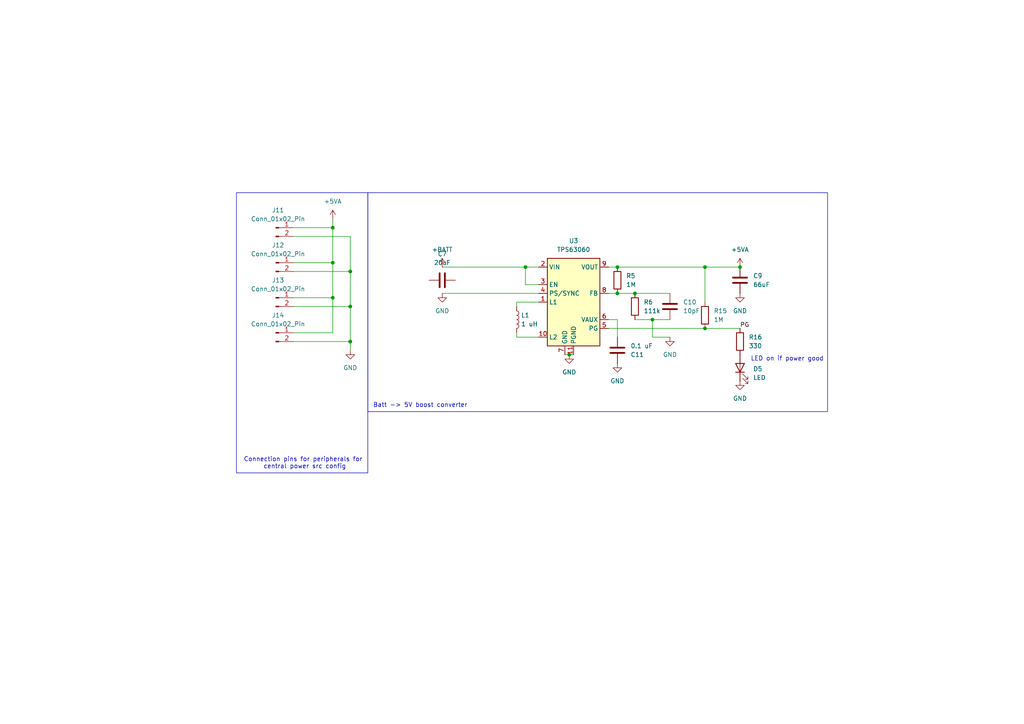
<source format=kicad_sch>
(kicad_sch (version 20231120) (generator "eeschema") (generator_version "8.0")
  (paper "A4")
  (lib_symbols
    (symbol "Connector:Conn_01x02_Pin" (pin_names (offset 1.016) hide)
      (property "Reference" "J" (at 0 2.54 0))
      (property "Value" "Conn_01x02_Pin" (at 0 -5.08 0))
      (symbol "Conn_01x02_Pin_1_1"
        (polyline (pts (xy 1.27 -2.54) (xy 0.8636 -2.54)) (stroke (width 0.1524)))
        (polyline (pts (xy 1.27 0) (xy 0.8636 0)) (stroke (width 0.1524)))
        (rectangle (start 0.8636 -2.413) (end 0 -2.667) (stroke (width 0.1524)) (fill (type outline)))
        (rectangle (start 0.8636 0.127) (end 0 -0.127) (stroke (width 0.1524)) (fill (type outline)))
        (pin passive line (at 5.08 0 180) (length 3.81) (name "Pin_1") (number "1"))
        (pin passive line (at 5.08 -2.54 180) (length 3.81) (name "Pin_2") (number "2"))
      )
    )
    (symbol "Device:C" (pin_numbers hide) (pin_names (offset 0.254))
      (property "Reference" "C" (at 0.635 2.54 0))
      (property "Value" "C" (at 0.635 -2.54 0))
      (symbol "C_0_1"
        (polyline (pts (xy -2.032 -0.762) (xy 2.032 -0.762)) (stroke (width 0.508)))
        (polyline (pts (xy -2.032 0.762) (xy 2.032 0.762)) (stroke (width 0.508)))
      )
      (symbol "C_1_1"
        (pin passive line (at 0 3.81 270) (length 2.794) (name "~") (number "1"))
        (pin passive line (at 0 -3.81 90) (length 2.794) (name "~") (number "2"))
      )
    )
    (symbol "Device:L" (pin_numbers hide) (pin_names (offset 1.016) hide)
      (property "Reference" "L" (at -1.27 0 90))
      (property "Value" "L" (at 1.905 0 90))
      (symbol "L_0_1"
        (arc (start 0 -2.54) (mid 0.6323 -1.905) (end 0 -1.27))
        (arc (start 0 -1.27) (mid 0.6323 -0.635) (end 0 0))
        (arc (start 0 0) (mid 0.6323 0.635) (end 0 1.27))
        (arc (start 0 1.27) (mid 0.6323 1.905) (end 0 2.54))
      )
      (symbol "L_1_1"
        (pin passive line (at 0 3.81 270) (length 1.27) (name "1") (number "1"))
        (pin passive line (at 0 -3.81 90) (length 1.27) (name "2") (number "2"))
      )
    )
    (symbol "Device:LED" (pin_numbers hide) (pin_names (offset 1.016) hide)
      (property "Reference" "D" (at 0 2.54 0))
      (property "Value" "LED" (at 0 -2.54 0))
      (symbol "LED_0_1"
        (polyline (pts (xy -1.27 -1.27) (xy -1.27 1.27)) (stroke (width 0.254)))
        (polyline (pts (xy -1.27 0) (xy 1.27 0)))
        (polyline (pts (xy 1.27 -1.27) (xy 1.27 1.27) (xy -1.27 0) (xy 1.27 -1.27)) (stroke (width 0.254)))
        (polyline (pts (xy -3.048 -0.762) (xy -4.572 -2.286) (xy -3.81 -2.286) (xy -4.572 -2.286) (xy -4.572 -1.524)))
        (polyline (pts (xy -1.778 -0.762) (xy -3.302 -2.286) (xy -2.54 -2.286) (xy -3.302 -2.286) (xy -3.302 -1.524)))
      )
      (symbol "LED_1_1"
        (pin passive line (at -3.81 0 0) (length 2.54) (name "K") (number "1"))
        (pin passive line (at 3.81 0 180) (length 2.54) (name "A") (number "2"))
      )
    )
    (symbol "Device:R" (pin_numbers hide) (pin_names (offset 0))
      (property "Reference" "R" (at 2.032 0 90))
      (property "Value" "R" (at 0 0 90))
      (symbol "R_0_1"
        (rectangle (start -1.016 -2.54) (end 1.016 2.54) (stroke (width 0.254)))
      )
      (symbol "R_1_1"
        (pin passive line (at 0 3.81 270) (length 1.27) (name "~") (number "1"))
        (pin passive line (at 0 -3.81 90) (length 1.27) (name "~") (number "2"))
      )
    )
    (symbol "Regulator_Switching:TPS63060"
      (property "Reference" "U" (at -7.62 13.97 0))
      (property "Value" "TPS63060" (at 2.54 13.97 0))
      (symbol "TPS63060_0_1"
        (rectangle (start -7.62 12.7) (end 7.62 -12.7) (stroke (width 0.254)) (fill (type background)))
      )
      (symbol "TPS63060_1_1"
        (pin input line (at -10.16 0 0) (length 2.54) (name "L1") (number "1"))
        (pin input line (at -10.16 -10.16 0) (length 2.54) (name "L2") (number "10"))
        (pin power_in line (at 0 -15.24 90) (length 2.54) (name "PGND") (number "11"))
        (pin power_in line (at -10.16 10.16 0) (length 2.54) (name "VIN") (number "2"))
        (pin input line (at -10.16 5.08 0) (length 2.54) (name "EN") (number "3"))
        (pin input line (at -10.16 2.54 0) (length 2.54) (name "PS/SYNC") (number "4"))
        (pin output line (at 10.16 -7.62 180) (length 2.54) (name "PG") (number "5"))
        (pin passive line (at 10.16 -5.08 180) (length 2.54) (name "VAUX") (number "6"))
        (pin power_in line (at -2.54 -15.24 90) (length 2.54) (name "GND") (number "7"))
        (pin input line (at 10.16 2.54 180) (length 2.54) (name "FB") (number "8"))
        (pin power_out line (at 10.16 10.16 180) (length 2.54) (name "VOUT") (number "9"))
      )
    )
    (symbol "power:+5VA" (power) (pin_numbers hide) (pin_names (offset 0) hide)
      (property "Value" "+5VA" (at 0 3.556 0))
      (symbol "+5VA_0_1"
        (polyline (pts (xy -0.762 1.27) (xy 0 2.54)))
        (polyline (pts (xy 0 0) (xy 0 2.54)))
        (polyline (pts (xy 0 2.54) (xy 0.762 1.27)))
      )
      (symbol "+5VA_1_1"
        (pin power_in line (at 0 0 90) (length 0) (name "~") (number "1"))
      )
    )
    (symbol "power:+BATT" (power) (pin_numbers hide) (pin_names (offset 0) hide)
      (property "Value" "+BATT" (at 0 3.556 0))
      (symbol "+BATT_0_1"
        (polyline (pts (xy -0.762 1.27) (xy 0 2.54)))
        (polyline (pts (xy 0 0) (xy 0 2.54)))
        (polyline (pts (xy 0 2.54) (xy 0.762 1.27)))
      )
      (symbol "+BATT_1_1"
        (pin power_in line (at 0 0 90) (length 0) (name "~") (number "1"))
      )
    )
    (symbol "power:GND" (power) (pin_numbers hide) (pin_names (offset 0) hide)
      (property "Value" "GND" (at 0 -3.81 0))
      (symbol "GND_0_1"
        (polyline (pts (xy 0 0) (xy 0 -1.27) (xy 1.27 -1.27) (xy 0 -2.54) (xy -1.27 -1.27) (xy 0 -1.27)))
      )
      (symbol "GND_1_1"
        (pin power_in line (at 0 0 270) (length 0) (name "~") (number "1"))
      )
    )
  )
  (junction (at 101.6 88.9))
  (junction (at 204.47 77.47))
  (junction (at 184.15 85.09))
  (junction (at 214.63 77.47))
  (junction (at 179.07 85.09))
  (junction (at 101.6 99.06))
  (junction (at 165.1 102.87))
  (junction (at 152.4 77.47))
  (junction (at 204.47 95.25))
  (junction (at 96.52 86.36))
  (junction (at 96.52 76.2))
  (junction (at 179.07 77.47))
  (junction (at 96.52 66.04))
  (junction (at 101.6 78.74))
  (junction (at 189.23 92.71))
  (wire (pts (xy 85.09 86.36) (xy 96.52 86.36)))
  (wire (pts (xy 149.86 96.52) (xy 149.86 97.79)))
  (wire (pts (xy 85.09 76.2) (xy 96.52 76.2)))
  (wire (pts (xy 184.15 92.71) (xy 189.23 92.71)))
  (wire (pts (xy 85.09 96.52) (xy 96.52 96.52)))
  (wire (pts (xy 85.09 66.04) (xy 96.52 66.04)))
  (wire (pts (xy 128.27 77.47) (xy 152.4 77.47)))
  (wire (pts (xy 128.27 85.09) (xy 156.21 85.09)))
  (wire (pts (xy 101.6 68.58) (xy 101.6 78.74)))
  (wire (pts (xy 96.52 76.2) (xy 96.52 86.36)))
  (wire (pts (xy 204.47 77.47) (xy 204.47 87.63)))
  (wire (pts (xy 176.53 77.47) (xy 179.07 77.47)))
  (wire (pts (xy 165.1 102.87) (xy 166.37 102.87)))
  (wire (pts (xy 152.4 77.47) (xy 156.21 77.47)))
  (wire (pts (xy 176.53 95.25) (xy 204.47 95.25)))
  (wire (pts (xy 149.86 87.63) (xy 149.86 88.9)))
  (wire (pts (xy 163.83 102.87) (xy 165.1 102.87)))
  (wire (pts (xy 189.23 97.79) (xy 194.31 97.79)))
  (wire (pts (xy 179.07 77.47) (xy 204.47 77.47)))
  (wire (pts (xy 156.21 87.63) (xy 149.86 87.63)))
  (wire (pts (xy 189.23 92.71) (xy 189.23 97.79)))
  (wire (pts (xy 96.52 63.5) (xy 96.52 66.04)))
  (wire (pts (xy 152.4 82.55) (xy 152.4 77.47)))
  (wire (pts (xy 85.09 68.58) (xy 101.6 68.58)))
  (wire (pts (xy 204.47 77.47) (xy 214.63 77.47)))
  (wire (pts (xy 96.52 86.36) (xy 96.52 96.52)))
  (wire (pts (xy 204.47 95.25) (xy 214.63 95.25)))
  (wire (pts (xy 176.53 92.71) (xy 179.07 92.71)))
  (wire (pts (xy 101.6 88.9) (xy 101.6 99.06)))
  (wire (pts (xy 101.6 78.74) (xy 101.6 88.9)))
  (wire (pts (xy 85.09 99.06) (xy 101.6 99.06)))
  (wire (pts (xy 179.07 92.71) (xy 179.07 97.79)))
  (wire (pts (xy 184.15 85.09) (xy 194.31 85.09)))
  (wire (pts (xy 96.52 66.04) (xy 96.52 76.2)))
  (wire (pts (xy 149.86 97.79) (xy 156.21 97.79)))
  (wire (pts (xy 179.07 85.09) (xy 184.15 85.09)))
  (wire (pts (xy 156.21 82.55) (xy 152.4 82.55)))
  (wire (pts (xy 101.6 99.06) (xy 101.6 101.6)))
  (wire (pts (xy 85.09 88.9) (xy 101.6 88.9)))
  (wire (pts (xy 85.09 78.74) (xy 101.6 78.74)))
  (wire (pts (xy 176.53 85.09) (xy 179.07 85.09)))
  (wire (pts (xy 189.23 92.71) (xy 194.31 92.71)))
  (rectangle (start 106.68 55.88) (end 240.03 119.38))
  (rectangle (start 68.58 55.88) (end 106.68 137.16))
  (text "Batt -> 5V boost converter" (at 108.204 117.602 0) (effects (font (size 1.27 1.27)) (justify left)))
  (text "Connection pins for peripherals for \ncentral power src config\n" (at 88.392 134.366 0) (effects (font (size 1.27 1.27))))
  (text "LED on if power good" (at 228.346 104.14 0) (effects (font (size 1.27 1.27))))
  (label "PG" (at 214.63 95.25 0))
  (symbol (lib_id "Connector:Conn_01x02_Pin") (at 80.01 96.52 0) (unit 1)
    (property "Reference" "J14" (at 80.645 91.44 0))
    (property "Value" "Conn_01x02_Pin" (at 80.645 93.98 0))
    (property "Footprint" "Connector_JST:JST_EH_S2B-EH_1x02_P2.50mm_Horizontal" (effects (hide yes)))
    (property "Description" "Generic connector, single row, 01x02, script generated" (effects (hide yes)))
  )
  (symbol (lib_id "power:+5VA") (at 214.63 77.47 0) (unit 1)
    (property "Reference" "#PWR030" (effects (hide yes)))
    (property "Value" "+5VA" (at 214.63 72.39 0))
    (property "Description" "Power symbol creates a global label with name \"+5VA\"" (effects (hide yes)))
  )
  (symbol (lib_id "Regulator_Switching:TPS63060") (at 166.37 87.63 0) (unit 1)
    (property "Reference" "U3" (at 166.37 69.85 0))
    (property "Value" "TPS63060" (at 166.37 72.39 0))
    (property "Footprint" "Package_SON:Texas_S-PWSON-N10_ThermalVias" (effects (hide yes)))
    (property "Datasheet" "http://www.ti.com/lit/ds/symlink/tps63060.pdf" (effects (hide yes)))
    (property "Description" "Buck-Boost Converter, 2.5-12V Input Voltage, 2-A Switch Current, Adjustable 2.5-8V Output Voltage, S-PWSON-N10" (effects (hide yes)))
  )
  (symbol (lib_id "Device:R") (at 204.47 91.44 0) (unit 1)
    (property "Reference" "R15" (at 207.01 90.1699 0) (effects (justify left)))
    (property "Value" "1M" (at 207.01 92.7099 0) (effects (justify left)))
    (property "Footprint" "Resistor_SMD:R_0603_1608Metric" (effects (hide yes)))
    (property "Description" "Resistor" (effects (hide yes)))
  )
  (symbol (lib_id "power:GND") (at 179.07 105.41 0) (unit 1)
    (property "Reference" "#PWR039" (effects (hide yes)))
    (property "Value" "GND" (at 179.07 110.49 0))
    (property "Description" "Power symbol creates a global label with name \"GND\" , ground" (effects (hide yes)))
  )
  (symbol (lib_id "Connector:Conn_01x02_Pin") (at 80.01 76.2 0) (unit 1)
    (property "Reference" "J12" (at 80.645 71.12 0))
    (property "Value" "Conn_01x02_Pin" (at 80.645 73.66 0))
    (property "Footprint" "Connector_JST:JST_EH_S2B-EH_1x02_P2.50mm_Horizontal" (effects (hide yes)))
    (property "Description" "Generic connector, single row, 01x02, script generated" (effects (hide yes)))
  )
  (symbol (lib_id "power:GND") (at 214.63 110.49 0) (unit 1)
    (property "Reference" "#PWR031" (effects (hide yes)))
    (property "Value" "GND" (at 214.63 115.57 0))
    (property "Description" "Power symbol creates a global label with name \"GND\" , ground" (effects (hide yes)))
  )
  (symbol (lib_id "power:GND") (at 194.31 97.79 0) (unit 1)
    (property "Reference" "#PWR014" (effects (hide yes)))
    (property "Value" "GND" (at 194.31 102.87 0))
    (property "Description" "Power symbol creates a global label with name \"GND\" , ground" (effects (hide yes)))
  )
  (symbol (lib_id "Device:C") (at 128.27 81.28 90) (unit 1)
    (property "Reference" "C7" (at 128.27 73.66 90))
    (property "Value" "20uF" (at 128.27 76.2 90))
    (property "Footprint" "Capacitor_SMD:C_0603_1608Metric" (effects (hide yes)))
    (property "Description" "Unpolarized capacitor" (effects (hide yes)))
  )
  (symbol (lib_id "Connector:Conn_01x02_Pin") (at 80.01 86.36 0) (unit 1)
    (property "Reference" "J13" (at 80.645 81.28 0))
    (property "Value" "Conn_01x02_Pin" (at 80.645 83.82 0))
    (property "Footprint" "Connector_JST:JST_EH_S2B-EH_1x02_P2.50mm_Horizontal" (effects (hide yes)))
    (property "Description" "Generic connector, single row, 01x02, script generated" (effects (hide yes)))
  )
  (symbol (lib_id "Device:C") (at 214.63 81.28 0) (unit 1)
    (property "Reference" "C9" (at 218.44 80.0099 0) (effects (justify left)))
    (property "Value" "66uF" (at 218.44 82.5499 0) (effects (justify left)))
    (property "Footprint" "Capacitor_SMD:C_0603_1608Metric" (effects (hide yes)))
    (property "Description" "Unpolarized capacitor" (effects (hide yes)))
  )
  (symbol (lib_id "Device:R") (at 214.63 99.06 0) (unit 1)
    (property "Reference" "R16" (at 217.17 97.7899 0) (effects (justify left)))
    (property "Value" "330" (at 217.17 100.3299 0) (effects (justify left)))
    (property "Footprint" "Resistor_SMD:R_0603_1608Metric" (effects (hide yes)))
    (property "Description" "Resistor" (effects (hide yes)))
  )
  (symbol (lib_id "Device:L") (at 149.86 92.71 0) (unit 1)
    (property "Reference" "L1" (at 151.13 91.4399 0) (effects (justify left)))
    (property "Value" "1 uH" (at 151.13 93.9799 0) (effects (justify left)))
    (property "Footprint" "Inductor_SMD:L_0805_2012Metric" (effects (hide yes)))
    (property "Description" "Inductor" (effects (hide yes)))
  )
  (symbol (lib_id "Device:R") (at 184.15 88.9 0) (unit 1)
    (property "Reference" "R6" (at 186.69 87.6299 0) (effects (justify left)))
    (property "Value" "111k" (at 186.69 90.1699 0) (effects (justify left)))
    (property "Footprint" "Resistor_SMD:R_0603_1608Metric" (effects (hide yes)))
    (property "Description" "Resistor" (effects (hide yes)))
  )
  (symbol (lib_id "Device:C") (at 194.31 88.9 0) (unit 1)
    (property "Reference" "C10" (at 198.12 87.6299 0) (effects (justify left)))
    (property "Value" "10pF" (at 198.12 90.1699 0) (effects (justify left)))
    (property "Footprint" "Capacitor_SMD:C_0603_1608Metric" (effects (hide yes)))
    (property "Description" "Unpolarized capacitor" (effects (hide yes)))
  )
  (symbol (lib_id "power:GND") (at 101.6 101.6 0) (unit 1)
    (property "Reference" "#PWR040" (effects (hide yes)))
    (property "Value" "GND" (at 101.6 106.68 0))
    (property "Description" "Power symbol creates a global label with name \"GND\" , ground" (effects (hide yes)))
  )
  (symbol (lib_id "power:GND") (at 214.63 85.09 0) (unit 1)
    (property "Reference" "#PWR032" (effects (hide yes)))
    (property "Value" "GND" (at 214.63 90.17 0))
    (property "Description" "Power symbol creates a global label with name \"GND\" , ground" (effects (hide yes)))
  )
  (symbol (lib_id "power:+BATT") (at 128.27 77.47 0) (mirror y) (unit 1)
    (property "Reference" "#PWR024" (effects (hide yes)))
    (property "Value" "+BATT" (at 128.27 72.39 0))
    (property "Description" "Power symbol creates a global label with name \"+BATT\"" (effects (hide yes)))
  )
  (symbol (lib_id "Connector:Conn_01x02_Pin") (at 80.01 66.04 0) (unit 1)
    (property "Reference" "J11" (at 80.645 60.96 0))
    (property "Value" "Conn_01x02_Pin" (at 80.645 63.5 0))
    (property "Footprint" "Connector_JST:JST_EH_S2B-EH_1x02_P2.50mm_Horizontal" (effects (hide yes)))
    (property "Description" "Generic connector, single row, 01x02, script generated" (effects (hide yes)))
  )
  (symbol (lib_id "Device:C") (at 179.07 101.6 0) (mirror x) (unit 1)
    (property "Reference" "C11" (at 182.88 102.8701 0) (effects (justify left)))
    (property "Value" "0.1 uF" (at 182.88 100.3301 0) (effects (justify left)))
    (property "Footprint" "Capacitor_SMD:C_0603_1608Metric" (effects (hide yes)))
    (property "Description" "Unpolarized capacitor" (effects (hide yes)))
  )
  (symbol (lib_id "power:GND") (at 128.27 85.09 0) (unit 1)
    (property "Reference" "#PWR026" (effects (hide yes)))
    (property "Value" "GND" (at 128.27 90.17 0))
    (property "Description" "Power symbol creates a global label with name \"GND\" , ground" (effects (hide yes)))
  )
  (symbol (lib_id "power:GND") (at 165.1 102.87 0) (unit 1)
    (property "Reference" "#PWR033" (effects (hide yes)))
    (property "Value" "GND" (at 165.1 107.95 0))
    (property "Description" "Power symbol creates a global label with name \"GND\" , ground" (effects (hide yes)))
  )
  (symbol (lib_id "Device:R") (at 179.07 81.28 0) (unit 1)
    (property "Reference" "R5" (at 181.61 80.0099 0) (effects (justify left)))
    (property "Value" "1M" (at 181.61 82.5499 0) (effects (justify left)))
    (property "Footprint" "Resistor_SMD:R_0603_1608Metric" (effects (hide yes)))
    (property "Description" "Resistor" (effects (hide yes)))
  )
  (symbol (lib_id "Device:LED") (at 214.63 106.68 90) (unit 1)
    (property "Reference" "D5" (at 218.44 106.9974 90) (effects (justify right)))
    (property "Value" "LED" (at 218.44 109.5374 90) (effects (justify right)))
    (property "Footprint" "LED_SMD:LED_0805_2012Metric" (effects (hide yes)))
    (property "Description" "Light emitting diode" (effects (hide yes)))
  )
  (symbol (lib_id "power:+5VA") (at 96.52 63.5 0) (unit 1)
    (property "Reference" "#PWR041" (effects (hide yes)))
    (property "Value" "+5VA" (at 96.52 58.42 0))
    (property "Description" "Power symbol creates a global label with name \"+5VA\"" (effects (hide yes)))
  )
)
</source>
